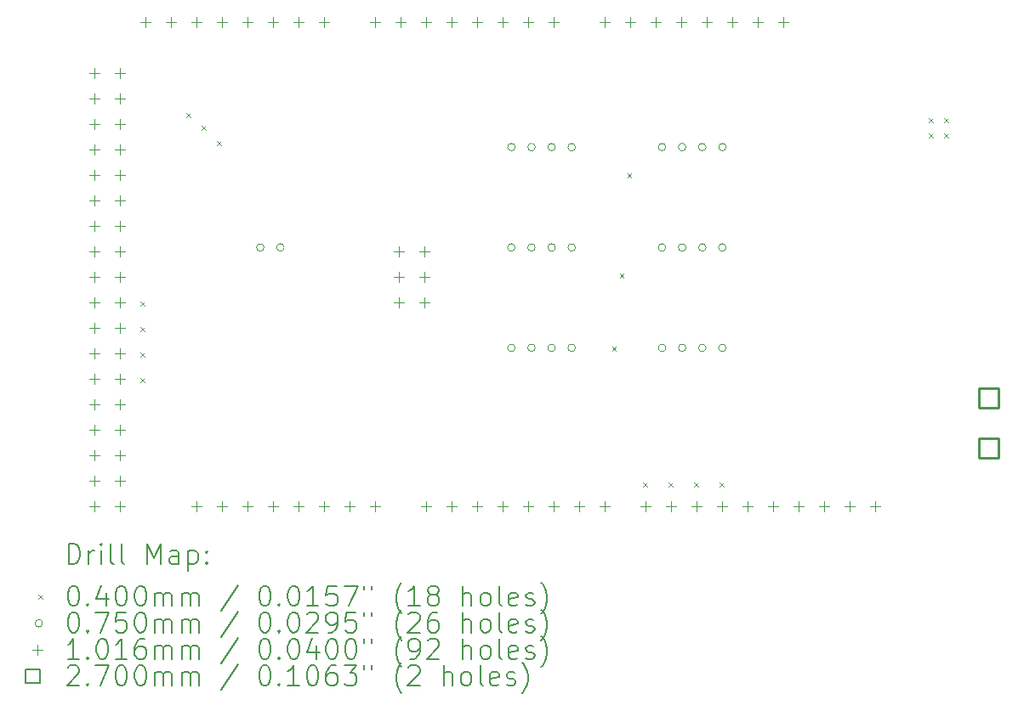
<source format=gbr>
%TF.GenerationSoftware,KiCad,Pcbnew,7.0.7*%
%TF.CreationDate,2024-03-03T00:58:22-08:00*%
%TF.ProjectId,arduino-due-shield,61726475-696e-46f2-9d64-75652d736869,rev?*%
%TF.SameCoordinates,Original*%
%TF.FileFunction,Drillmap*%
%TF.FilePolarity,Positive*%
%FSLAX45Y45*%
G04 Gerber Fmt 4.5, Leading zero omitted, Abs format (unit mm)*
G04 Created by KiCad (PCBNEW 7.0.7) date 2024-03-03 00:58:22*
%MOMM*%
%LPD*%
G01*
G04 APERTURE LIST*
%ADD10C,0.200000*%
%ADD11C,0.040000*%
%ADD12C,0.075000*%
%ADD13C,0.101600*%
%ADD14C,0.270000*%
G04 APERTURE END LIST*
D10*
D11*
X3307400Y-5542600D02*
X3347400Y-5582600D01*
X3347400Y-5542600D02*
X3307400Y-5582600D01*
X3307400Y-5796600D02*
X3347400Y-5836600D01*
X3347400Y-5796600D02*
X3307400Y-5836600D01*
X3307400Y-6050600D02*
X3347400Y-6090600D01*
X3347400Y-6050600D02*
X3307400Y-6090600D01*
X3307400Y-6304600D02*
X3347400Y-6344600D01*
X3347400Y-6304600D02*
X3307400Y-6344600D01*
X3764600Y-3663000D02*
X3804600Y-3703000D01*
X3804600Y-3663000D02*
X3764600Y-3703000D01*
X3917000Y-3790000D02*
X3957000Y-3830000D01*
X3957000Y-3790000D02*
X3917000Y-3830000D01*
X4069400Y-3942400D02*
X4109400Y-3982400D01*
X4109400Y-3942400D02*
X4069400Y-3982400D01*
X8001320Y-5989640D02*
X8041320Y-6029640D01*
X8041320Y-5989640D02*
X8001320Y-6029640D01*
X8077520Y-5258120D02*
X8117520Y-5298120D01*
X8117520Y-5258120D02*
X8077520Y-5298120D01*
X8153720Y-4262440D02*
X8193720Y-4302440D01*
X8193720Y-4262440D02*
X8153720Y-4302440D01*
X8311200Y-7346000D02*
X8351200Y-7386000D01*
X8351200Y-7346000D02*
X8311200Y-7386000D01*
X8565200Y-7346000D02*
X8605200Y-7386000D01*
X8605200Y-7346000D02*
X8565200Y-7386000D01*
X8819200Y-7346000D02*
X8859200Y-7386000D01*
X8859200Y-7346000D02*
X8819200Y-7386000D01*
X9073200Y-7346000D02*
X9113200Y-7386000D01*
X9113200Y-7346000D02*
X9073200Y-7386000D01*
X11156000Y-3713800D02*
X11196000Y-3753800D01*
X11196000Y-3713800D02*
X11156000Y-3753800D01*
X11156000Y-3866200D02*
X11196000Y-3906200D01*
X11196000Y-3866200D02*
X11156000Y-3906200D01*
X11308400Y-3713800D02*
X11348400Y-3753800D01*
X11348400Y-3713800D02*
X11308400Y-3753800D01*
X11308400Y-3866200D02*
X11348400Y-3906200D01*
X11348400Y-3866200D02*
X11308400Y-3906200D01*
D12*
X4537500Y-5000000D02*
G75*
G03*
X4537500Y-5000000I-37500J0D01*
G01*
X4737500Y-5000000D02*
G75*
G03*
X4737500Y-5000000I-37500J0D01*
G01*
X7037500Y-4000000D02*
G75*
G03*
X7037500Y-4000000I-37500J0D01*
G01*
X7037500Y-5000000D02*
G75*
G03*
X7037500Y-5000000I-37500J0D01*
G01*
X7037500Y-6000000D02*
G75*
G03*
X7037500Y-6000000I-37500J0D01*
G01*
X7237500Y-4000000D02*
G75*
G03*
X7237500Y-4000000I-37500J0D01*
G01*
X7237500Y-5000000D02*
G75*
G03*
X7237500Y-5000000I-37500J0D01*
G01*
X7237500Y-6000000D02*
G75*
G03*
X7237500Y-6000000I-37500J0D01*
G01*
X7437500Y-4000000D02*
G75*
G03*
X7437500Y-4000000I-37500J0D01*
G01*
X7437500Y-5000000D02*
G75*
G03*
X7437500Y-5000000I-37500J0D01*
G01*
X7437500Y-6000000D02*
G75*
G03*
X7437500Y-6000000I-37500J0D01*
G01*
X7637500Y-4000000D02*
G75*
G03*
X7637500Y-4000000I-37500J0D01*
G01*
X7637500Y-5000000D02*
G75*
G03*
X7637500Y-5000000I-37500J0D01*
G01*
X7637500Y-6000000D02*
G75*
G03*
X7637500Y-6000000I-37500J0D01*
G01*
X8537500Y-4000000D02*
G75*
G03*
X8537500Y-4000000I-37500J0D01*
G01*
X8537500Y-5000000D02*
G75*
G03*
X8537500Y-5000000I-37500J0D01*
G01*
X8537500Y-6000000D02*
G75*
G03*
X8537500Y-6000000I-37500J0D01*
G01*
X8737500Y-4000000D02*
G75*
G03*
X8737500Y-4000000I-37500J0D01*
G01*
X8737500Y-5000000D02*
G75*
G03*
X8737500Y-5000000I-37500J0D01*
G01*
X8737500Y-6000000D02*
G75*
G03*
X8737500Y-6000000I-37500J0D01*
G01*
X8937500Y-4000000D02*
G75*
G03*
X8937500Y-4000000I-37500J0D01*
G01*
X8937500Y-5000000D02*
G75*
G03*
X8937500Y-5000000I-37500J0D01*
G01*
X8937500Y-6000000D02*
G75*
G03*
X8937500Y-6000000I-37500J0D01*
G01*
X9137500Y-4000000D02*
G75*
G03*
X9137500Y-4000000I-37500J0D01*
G01*
X9137500Y-5000000D02*
G75*
G03*
X9137500Y-5000000I-37500J0D01*
G01*
X9137500Y-6000000D02*
G75*
G03*
X9137500Y-6000000I-37500J0D01*
G01*
D13*
X2848000Y-3211200D02*
X2848000Y-3312800D01*
X2797200Y-3262000D02*
X2898800Y-3262000D01*
X2848000Y-3465200D02*
X2848000Y-3566800D01*
X2797200Y-3516000D02*
X2898800Y-3516000D01*
X2848000Y-3719200D02*
X2848000Y-3820800D01*
X2797200Y-3770000D02*
X2898800Y-3770000D01*
X2848000Y-3973200D02*
X2848000Y-4074800D01*
X2797200Y-4024000D02*
X2898800Y-4024000D01*
X2848000Y-4227200D02*
X2848000Y-4328800D01*
X2797200Y-4278000D02*
X2898800Y-4278000D01*
X2848000Y-4481200D02*
X2848000Y-4582800D01*
X2797200Y-4532000D02*
X2898800Y-4532000D01*
X2848000Y-4735200D02*
X2848000Y-4836800D01*
X2797200Y-4786000D02*
X2898800Y-4786000D01*
X2848000Y-4989200D02*
X2848000Y-5090800D01*
X2797200Y-5040000D02*
X2898800Y-5040000D01*
X2848000Y-5243200D02*
X2848000Y-5344800D01*
X2797200Y-5294000D02*
X2898800Y-5294000D01*
X2848000Y-5497200D02*
X2848000Y-5598800D01*
X2797200Y-5548000D02*
X2898800Y-5548000D01*
X2848000Y-5751200D02*
X2848000Y-5852800D01*
X2797200Y-5802000D02*
X2898800Y-5802000D01*
X2848000Y-6005200D02*
X2848000Y-6106800D01*
X2797200Y-6056000D02*
X2898800Y-6056000D01*
X2848000Y-6259200D02*
X2848000Y-6360800D01*
X2797200Y-6310000D02*
X2898800Y-6310000D01*
X2848000Y-6513200D02*
X2848000Y-6614800D01*
X2797200Y-6564000D02*
X2898800Y-6564000D01*
X2848000Y-6767200D02*
X2848000Y-6868800D01*
X2797200Y-6818000D02*
X2898800Y-6818000D01*
X2848000Y-7021200D02*
X2848000Y-7122800D01*
X2797200Y-7072000D02*
X2898800Y-7072000D01*
X2848000Y-7275200D02*
X2848000Y-7376800D01*
X2797200Y-7326000D02*
X2898800Y-7326000D01*
X2848000Y-7529200D02*
X2848000Y-7630800D01*
X2797200Y-7580000D02*
X2898800Y-7580000D01*
X3102000Y-3211200D02*
X3102000Y-3312800D01*
X3051200Y-3262000D02*
X3152800Y-3262000D01*
X3102000Y-3465200D02*
X3102000Y-3566800D01*
X3051200Y-3516000D02*
X3152800Y-3516000D01*
X3102000Y-3719200D02*
X3102000Y-3820800D01*
X3051200Y-3770000D02*
X3152800Y-3770000D01*
X3102000Y-3973200D02*
X3102000Y-4074800D01*
X3051200Y-4024000D02*
X3152800Y-4024000D01*
X3102000Y-4227200D02*
X3102000Y-4328800D01*
X3051200Y-4278000D02*
X3152800Y-4278000D01*
X3102000Y-4481200D02*
X3102000Y-4582800D01*
X3051200Y-4532000D02*
X3152800Y-4532000D01*
X3102000Y-4735200D02*
X3102000Y-4836800D01*
X3051200Y-4786000D02*
X3152800Y-4786000D01*
X3102000Y-4989200D02*
X3102000Y-5090800D01*
X3051200Y-5040000D02*
X3152800Y-5040000D01*
X3102000Y-5243200D02*
X3102000Y-5344800D01*
X3051200Y-5294000D02*
X3152800Y-5294000D01*
X3102000Y-5497200D02*
X3102000Y-5598800D01*
X3051200Y-5548000D02*
X3152800Y-5548000D01*
X3102000Y-5751200D02*
X3102000Y-5852800D01*
X3051200Y-5802000D02*
X3152800Y-5802000D01*
X3102000Y-6005200D02*
X3102000Y-6106800D01*
X3051200Y-6056000D02*
X3152800Y-6056000D01*
X3102000Y-6259200D02*
X3102000Y-6360800D01*
X3051200Y-6310000D02*
X3152800Y-6310000D01*
X3102000Y-6513200D02*
X3102000Y-6614800D01*
X3051200Y-6564000D02*
X3152800Y-6564000D01*
X3102000Y-6767200D02*
X3102000Y-6868800D01*
X3051200Y-6818000D02*
X3152800Y-6818000D01*
X3102000Y-7021200D02*
X3102000Y-7122800D01*
X3051200Y-7072000D02*
X3152800Y-7072000D01*
X3102000Y-7275200D02*
X3102000Y-7376800D01*
X3051200Y-7326000D02*
X3152800Y-7326000D01*
X3102000Y-7529200D02*
X3102000Y-7630800D01*
X3051200Y-7580000D02*
X3152800Y-7580000D01*
X3356000Y-2703200D02*
X3356000Y-2804800D01*
X3305200Y-2754000D02*
X3406800Y-2754000D01*
X3610000Y-2703200D02*
X3610000Y-2804800D01*
X3559200Y-2754000D02*
X3660800Y-2754000D01*
X3864000Y-2703200D02*
X3864000Y-2804800D01*
X3813200Y-2754000D02*
X3914800Y-2754000D01*
X3864000Y-7529200D02*
X3864000Y-7630800D01*
X3813200Y-7580000D02*
X3914800Y-7580000D01*
X4118000Y-2703200D02*
X4118000Y-2804800D01*
X4067200Y-2754000D02*
X4168800Y-2754000D01*
X4118000Y-7529200D02*
X4118000Y-7630800D01*
X4067200Y-7580000D02*
X4168800Y-7580000D01*
X4372000Y-2703200D02*
X4372000Y-2804800D01*
X4321200Y-2754000D02*
X4422800Y-2754000D01*
X4372000Y-7529200D02*
X4372000Y-7630800D01*
X4321200Y-7580000D02*
X4422800Y-7580000D01*
X4626000Y-2703200D02*
X4626000Y-2804800D01*
X4575200Y-2754000D02*
X4676800Y-2754000D01*
X4626000Y-7529200D02*
X4626000Y-7630800D01*
X4575200Y-7580000D02*
X4676800Y-7580000D01*
X4880000Y-2703200D02*
X4880000Y-2804800D01*
X4829200Y-2754000D02*
X4930800Y-2754000D01*
X4880000Y-7529200D02*
X4880000Y-7630800D01*
X4829200Y-7580000D02*
X4930800Y-7580000D01*
X5134000Y-2703200D02*
X5134000Y-2804800D01*
X5083200Y-2754000D02*
X5184800Y-2754000D01*
X5134000Y-7529200D02*
X5134000Y-7630800D01*
X5083200Y-7580000D02*
X5184800Y-7580000D01*
X5388000Y-7529200D02*
X5388000Y-7630800D01*
X5337200Y-7580000D02*
X5438800Y-7580000D01*
X5642000Y-2703200D02*
X5642000Y-2804800D01*
X5591200Y-2754000D02*
X5692800Y-2754000D01*
X5642000Y-7529200D02*
X5642000Y-7630800D01*
X5591200Y-7580000D02*
X5692800Y-7580000D01*
X5883300Y-4989200D02*
X5883300Y-5090800D01*
X5832500Y-5040000D02*
X5934100Y-5040000D01*
X5883300Y-5243200D02*
X5883300Y-5344800D01*
X5832500Y-5294000D02*
X5934100Y-5294000D01*
X5883300Y-5497200D02*
X5883300Y-5598800D01*
X5832500Y-5548000D02*
X5934100Y-5548000D01*
X5896000Y-2703200D02*
X5896000Y-2804800D01*
X5845200Y-2754000D02*
X5946800Y-2754000D01*
X6137300Y-4989200D02*
X6137300Y-5090800D01*
X6086500Y-5040000D02*
X6188100Y-5040000D01*
X6137300Y-5243200D02*
X6137300Y-5344800D01*
X6086500Y-5294000D02*
X6188100Y-5294000D01*
X6137300Y-5497200D02*
X6137300Y-5598800D01*
X6086500Y-5548000D02*
X6188100Y-5548000D01*
X6150000Y-2703200D02*
X6150000Y-2804800D01*
X6099200Y-2754000D02*
X6200800Y-2754000D01*
X6150000Y-7529200D02*
X6150000Y-7630800D01*
X6099200Y-7580000D02*
X6200800Y-7580000D01*
X6404000Y-2703200D02*
X6404000Y-2804800D01*
X6353200Y-2754000D02*
X6454800Y-2754000D01*
X6404000Y-7529200D02*
X6404000Y-7630800D01*
X6353200Y-7580000D02*
X6454800Y-7580000D01*
X6658000Y-2703200D02*
X6658000Y-2804800D01*
X6607200Y-2754000D02*
X6708800Y-2754000D01*
X6658000Y-7529200D02*
X6658000Y-7630800D01*
X6607200Y-7580000D02*
X6708800Y-7580000D01*
X6912000Y-2703200D02*
X6912000Y-2804800D01*
X6861200Y-2754000D02*
X6962800Y-2754000D01*
X6912000Y-7529200D02*
X6912000Y-7630800D01*
X6861200Y-7580000D02*
X6962800Y-7580000D01*
X7166000Y-2703200D02*
X7166000Y-2804800D01*
X7115200Y-2754000D02*
X7216800Y-2754000D01*
X7166000Y-7529200D02*
X7166000Y-7630800D01*
X7115200Y-7580000D02*
X7216800Y-7580000D01*
X7420000Y-2703200D02*
X7420000Y-2804800D01*
X7369200Y-2754000D02*
X7470800Y-2754000D01*
X7420000Y-7529200D02*
X7420000Y-7630800D01*
X7369200Y-7580000D02*
X7470800Y-7580000D01*
X7674000Y-7529200D02*
X7674000Y-7630800D01*
X7623200Y-7580000D02*
X7724800Y-7580000D01*
X7928000Y-2703200D02*
X7928000Y-2804800D01*
X7877200Y-2754000D02*
X7978800Y-2754000D01*
X7928000Y-7529200D02*
X7928000Y-7630800D01*
X7877200Y-7580000D02*
X7978800Y-7580000D01*
X8182000Y-2703200D02*
X8182000Y-2804800D01*
X8131200Y-2754000D02*
X8232800Y-2754000D01*
X8334400Y-7529200D02*
X8334400Y-7630800D01*
X8283600Y-7580000D02*
X8385200Y-7580000D01*
X8436000Y-2703200D02*
X8436000Y-2804800D01*
X8385200Y-2754000D02*
X8486800Y-2754000D01*
X8588400Y-7529200D02*
X8588400Y-7630800D01*
X8537600Y-7580000D02*
X8639200Y-7580000D01*
X8690000Y-2703200D02*
X8690000Y-2804800D01*
X8639200Y-2754000D02*
X8740800Y-2754000D01*
X8842400Y-7529200D02*
X8842400Y-7630800D01*
X8791600Y-7580000D02*
X8893200Y-7580000D01*
X8944000Y-2703200D02*
X8944000Y-2804800D01*
X8893200Y-2754000D02*
X8994800Y-2754000D01*
X9096400Y-7529200D02*
X9096400Y-7630800D01*
X9045600Y-7580000D02*
X9147200Y-7580000D01*
X9198000Y-2703200D02*
X9198000Y-2804800D01*
X9147200Y-2754000D02*
X9248800Y-2754000D01*
X9350400Y-7529200D02*
X9350400Y-7630800D01*
X9299600Y-7580000D02*
X9401200Y-7580000D01*
X9452000Y-2703200D02*
X9452000Y-2804800D01*
X9401200Y-2754000D02*
X9502800Y-2754000D01*
X9604400Y-7529200D02*
X9604400Y-7630800D01*
X9553600Y-7580000D02*
X9655200Y-7580000D01*
X9706000Y-2703200D02*
X9706000Y-2804800D01*
X9655200Y-2754000D02*
X9756800Y-2754000D01*
X9858400Y-7529200D02*
X9858400Y-7630800D01*
X9807600Y-7580000D02*
X9909200Y-7580000D01*
X10112400Y-7529200D02*
X10112400Y-7630800D01*
X10061600Y-7580000D02*
X10163200Y-7580000D01*
X10366400Y-7529200D02*
X10366400Y-7630800D01*
X10315600Y-7580000D02*
X10417200Y-7580000D01*
X10620400Y-7529200D02*
X10620400Y-7630800D01*
X10569600Y-7580000D02*
X10671200Y-7580000D01*
D14*
X11845460Y-6595460D02*
X11845460Y-6404540D01*
X11654540Y-6404540D01*
X11654540Y-6595460D01*
X11845460Y-6595460D01*
X11845460Y-7095460D02*
X11845460Y-6904540D01*
X11654540Y-6904540D01*
X11654540Y-7095460D01*
X11845460Y-7095460D01*
D10*
X2593277Y-8152984D02*
X2593277Y-7952984D01*
X2593277Y-7952984D02*
X2640896Y-7952984D01*
X2640896Y-7952984D02*
X2669467Y-7962508D01*
X2669467Y-7962508D02*
X2688515Y-7981555D01*
X2688515Y-7981555D02*
X2698039Y-8000603D01*
X2698039Y-8000603D02*
X2707563Y-8038698D01*
X2707563Y-8038698D02*
X2707563Y-8067269D01*
X2707563Y-8067269D02*
X2698039Y-8105365D01*
X2698039Y-8105365D02*
X2688515Y-8124412D01*
X2688515Y-8124412D02*
X2669467Y-8143460D01*
X2669467Y-8143460D02*
X2640896Y-8152984D01*
X2640896Y-8152984D02*
X2593277Y-8152984D01*
X2793277Y-8152984D02*
X2793277Y-8019650D01*
X2793277Y-8057746D02*
X2802801Y-8038698D01*
X2802801Y-8038698D02*
X2812324Y-8029174D01*
X2812324Y-8029174D02*
X2831372Y-8019650D01*
X2831372Y-8019650D02*
X2850420Y-8019650D01*
X2917086Y-8152984D02*
X2917086Y-8019650D01*
X2917086Y-7952984D02*
X2907562Y-7962508D01*
X2907562Y-7962508D02*
X2917086Y-7972031D01*
X2917086Y-7972031D02*
X2926610Y-7962508D01*
X2926610Y-7962508D02*
X2917086Y-7952984D01*
X2917086Y-7952984D02*
X2917086Y-7972031D01*
X3040896Y-8152984D02*
X3021848Y-8143460D01*
X3021848Y-8143460D02*
X3012324Y-8124412D01*
X3012324Y-8124412D02*
X3012324Y-7952984D01*
X3145658Y-8152984D02*
X3126610Y-8143460D01*
X3126610Y-8143460D02*
X3117086Y-8124412D01*
X3117086Y-8124412D02*
X3117086Y-7952984D01*
X3374229Y-8152984D02*
X3374229Y-7952984D01*
X3374229Y-7952984D02*
X3440896Y-8095841D01*
X3440896Y-8095841D02*
X3507562Y-7952984D01*
X3507562Y-7952984D02*
X3507562Y-8152984D01*
X3688515Y-8152984D02*
X3688515Y-8048222D01*
X3688515Y-8048222D02*
X3678991Y-8029174D01*
X3678991Y-8029174D02*
X3659943Y-8019650D01*
X3659943Y-8019650D02*
X3621848Y-8019650D01*
X3621848Y-8019650D02*
X3602801Y-8029174D01*
X3688515Y-8143460D02*
X3669467Y-8152984D01*
X3669467Y-8152984D02*
X3621848Y-8152984D01*
X3621848Y-8152984D02*
X3602801Y-8143460D01*
X3602801Y-8143460D02*
X3593277Y-8124412D01*
X3593277Y-8124412D02*
X3593277Y-8105365D01*
X3593277Y-8105365D02*
X3602801Y-8086317D01*
X3602801Y-8086317D02*
X3621848Y-8076793D01*
X3621848Y-8076793D02*
X3669467Y-8076793D01*
X3669467Y-8076793D02*
X3688515Y-8067269D01*
X3783753Y-8019650D02*
X3783753Y-8219650D01*
X3783753Y-8029174D02*
X3802801Y-8019650D01*
X3802801Y-8019650D02*
X3840896Y-8019650D01*
X3840896Y-8019650D02*
X3859943Y-8029174D01*
X3859943Y-8029174D02*
X3869467Y-8038698D01*
X3869467Y-8038698D02*
X3878991Y-8057746D01*
X3878991Y-8057746D02*
X3878991Y-8114888D01*
X3878991Y-8114888D02*
X3869467Y-8133936D01*
X3869467Y-8133936D02*
X3859943Y-8143460D01*
X3859943Y-8143460D02*
X3840896Y-8152984D01*
X3840896Y-8152984D02*
X3802801Y-8152984D01*
X3802801Y-8152984D02*
X3783753Y-8143460D01*
X3964705Y-8133936D02*
X3974229Y-8143460D01*
X3974229Y-8143460D02*
X3964705Y-8152984D01*
X3964705Y-8152984D02*
X3955182Y-8143460D01*
X3955182Y-8143460D02*
X3964705Y-8133936D01*
X3964705Y-8133936D02*
X3964705Y-8152984D01*
X3964705Y-8029174D02*
X3974229Y-8038698D01*
X3974229Y-8038698D02*
X3964705Y-8048222D01*
X3964705Y-8048222D02*
X3955182Y-8038698D01*
X3955182Y-8038698D02*
X3964705Y-8029174D01*
X3964705Y-8029174D02*
X3964705Y-8048222D01*
D11*
X2292500Y-8461500D02*
X2332500Y-8501500D01*
X2332500Y-8461500D02*
X2292500Y-8501500D01*
D10*
X2631372Y-8372984D02*
X2650420Y-8372984D01*
X2650420Y-8372984D02*
X2669467Y-8382508D01*
X2669467Y-8382508D02*
X2678991Y-8392031D01*
X2678991Y-8392031D02*
X2688515Y-8411079D01*
X2688515Y-8411079D02*
X2698039Y-8449174D01*
X2698039Y-8449174D02*
X2698039Y-8496793D01*
X2698039Y-8496793D02*
X2688515Y-8534889D01*
X2688515Y-8534889D02*
X2678991Y-8553936D01*
X2678991Y-8553936D02*
X2669467Y-8563460D01*
X2669467Y-8563460D02*
X2650420Y-8572984D01*
X2650420Y-8572984D02*
X2631372Y-8572984D01*
X2631372Y-8572984D02*
X2612324Y-8563460D01*
X2612324Y-8563460D02*
X2602801Y-8553936D01*
X2602801Y-8553936D02*
X2593277Y-8534889D01*
X2593277Y-8534889D02*
X2583753Y-8496793D01*
X2583753Y-8496793D02*
X2583753Y-8449174D01*
X2583753Y-8449174D02*
X2593277Y-8411079D01*
X2593277Y-8411079D02*
X2602801Y-8392031D01*
X2602801Y-8392031D02*
X2612324Y-8382508D01*
X2612324Y-8382508D02*
X2631372Y-8372984D01*
X2783753Y-8553936D02*
X2793277Y-8563460D01*
X2793277Y-8563460D02*
X2783753Y-8572984D01*
X2783753Y-8572984D02*
X2774229Y-8563460D01*
X2774229Y-8563460D02*
X2783753Y-8553936D01*
X2783753Y-8553936D02*
X2783753Y-8572984D01*
X2964705Y-8439650D02*
X2964705Y-8572984D01*
X2917086Y-8363460D02*
X2869467Y-8506317D01*
X2869467Y-8506317D02*
X2993277Y-8506317D01*
X3107562Y-8372984D02*
X3126610Y-8372984D01*
X3126610Y-8372984D02*
X3145658Y-8382508D01*
X3145658Y-8382508D02*
X3155182Y-8392031D01*
X3155182Y-8392031D02*
X3164705Y-8411079D01*
X3164705Y-8411079D02*
X3174229Y-8449174D01*
X3174229Y-8449174D02*
X3174229Y-8496793D01*
X3174229Y-8496793D02*
X3164705Y-8534889D01*
X3164705Y-8534889D02*
X3155182Y-8553936D01*
X3155182Y-8553936D02*
X3145658Y-8563460D01*
X3145658Y-8563460D02*
X3126610Y-8572984D01*
X3126610Y-8572984D02*
X3107562Y-8572984D01*
X3107562Y-8572984D02*
X3088515Y-8563460D01*
X3088515Y-8563460D02*
X3078991Y-8553936D01*
X3078991Y-8553936D02*
X3069467Y-8534889D01*
X3069467Y-8534889D02*
X3059943Y-8496793D01*
X3059943Y-8496793D02*
X3059943Y-8449174D01*
X3059943Y-8449174D02*
X3069467Y-8411079D01*
X3069467Y-8411079D02*
X3078991Y-8392031D01*
X3078991Y-8392031D02*
X3088515Y-8382508D01*
X3088515Y-8382508D02*
X3107562Y-8372984D01*
X3298039Y-8372984D02*
X3317086Y-8372984D01*
X3317086Y-8372984D02*
X3336134Y-8382508D01*
X3336134Y-8382508D02*
X3345658Y-8392031D01*
X3345658Y-8392031D02*
X3355182Y-8411079D01*
X3355182Y-8411079D02*
X3364705Y-8449174D01*
X3364705Y-8449174D02*
X3364705Y-8496793D01*
X3364705Y-8496793D02*
X3355182Y-8534889D01*
X3355182Y-8534889D02*
X3345658Y-8553936D01*
X3345658Y-8553936D02*
X3336134Y-8563460D01*
X3336134Y-8563460D02*
X3317086Y-8572984D01*
X3317086Y-8572984D02*
X3298039Y-8572984D01*
X3298039Y-8572984D02*
X3278991Y-8563460D01*
X3278991Y-8563460D02*
X3269467Y-8553936D01*
X3269467Y-8553936D02*
X3259943Y-8534889D01*
X3259943Y-8534889D02*
X3250420Y-8496793D01*
X3250420Y-8496793D02*
X3250420Y-8449174D01*
X3250420Y-8449174D02*
X3259943Y-8411079D01*
X3259943Y-8411079D02*
X3269467Y-8392031D01*
X3269467Y-8392031D02*
X3278991Y-8382508D01*
X3278991Y-8382508D02*
X3298039Y-8372984D01*
X3450420Y-8572984D02*
X3450420Y-8439650D01*
X3450420Y-8458698D02*
X3459943Y-8449174D01*
X3459943Y-8449174D02*
X3478991Y-8439650D01*
X3478991Y-8439650D02*
X3507563Y-8439650D01*
X3507563Y-8439650D02*
X3526610Y-8449174D01*
X3526610Y-8449174D02*
X3536134Y-8468222D01*
X3536134Y-8468222D02*
X3536134Y-8572984D01*
X3536134Y-8468222D02*
X3545658Y-8449174D01*
X3545658Y-8449174D02*
X3564705Y-8439650D01*
X3564705Y-8439650D02*
X3593277Y-8439650D01*
X3593277Y-8439650D02*
X3612324Y-8449174D01*
X3612324Y-8449174D02*
X3621848Y-8468222D01*
X3621848Y-8468222D02*
X3621848Y-8572984D01*
X3717086Y-8572984D02*
X3717086Y-8439650D01*
X3717086Y-8458698D02*
X3726610Y-8449174D01*
X3726610Y-8449174D02*
X3745658Y-8439650D01*
X3745658Y-8439650D02*
X3774229Y-8439650D01*
X3774229Y-8439650D02*
X3793277Y-8449174D01*
X3793277Y-8449174D02*
X3802801Y-8468222D01*
X3802801Y-8468222D02*
X3802801Y-8572984D01*
X3802801Y-8468222D02*
X3812324Y-8449174D01*
X3812324Y-8449174D02*
X3831372Y-8439650D01*
X3831372Y-8439650D02*
X3859943Y-8439650D01*
X3859943Y-8439650D02*
X3878991Y-8449174D01*
X3878991Y-8449174D02*
X3888515Y-8468222D01*
X3888515Y-8468222D02*
X3888515Y-8572984D01*
X4278991Y-8363460D02*
X4107563Y-8620603D01*
X4536134Y-8372984D02*
X4555182Y-8372984D01*
X4555182Y-8372984D02*
X4574229Y-8382508D01*
X4574229Y-8382508D02*
X4583753Y-8392031D01*
X4583753Y-8392031D02*
X4593277Y-8411079D01*
X4593277Y-8411079D02*
X4602801Y-8449174D01*
X4602801Y-8449174D02*
X4602801Y-8496793D01*
X4602801Y-8496793D02*
X4593277Y-8534889D01*
X4593277Y-8534889D02*
X4583753Y-8553936D01*
X4583753Y-8553936D02*
X4574229Y-8563460D01*
X4574229Y-8563460D02*
X4555182Y-8572984D01*
X4555182Y-8572984D02*
X4536134Y-8572984D01*
X4536134Y-8572984D02*
X4517087Y-8563460D01*
X4517087Y-8563460D02*
X4507563Y-8553936D01*
X4507563Y-8553936D02*
X4498039Y-8534889D01*
X4498039Y-8534889D02*
X4488515Y-8496793D01*
X4488515Y-8496793D02*
X4488515Y-8449174D01*
X4488515Y-8449174D02*
X4498039Y-8411079D01*
X4498039Y-8411079D02*
X4507563Y-8392031D01*
X4507563Y-8392031D02*
X4517087Y-8382508D01*
X4517087Y-8382508D02*
X4536134Y-8372984D01*
X4688515Y-8553936D02*
X4698039Y-8563460D01*
X4698039Y-8563460D02*
X4688515Y-8572984D01*
X4688515Y-8572984D02*
X4678991Y-8563460D01*
X4678991Y-8563460D02*
X4688515Y-8553936D01*
X4688515Y-8553936D02*
X4688515Y-8572984D01*
X4821848Y-8372984D02*
X4840896Y-8372984D01*
X4840896Y-8372984D02*
X4859944Y-8382508D01*
X4859944Y-8382508D02*
X4869468Y-8392031D01*
X4869468Y-8392031D02*
X4878991Y-8411079D01*
X4878991Y-8411079D02*
X4888515Y-8449174D01*
X4888515Y-8449174D02*
X4888515Y-8496793D01*
X4888515Y-8496793D02*
X4878991Y-8534889D01*
X4878991Y-8534889D02*
X4869468Y-8553936D01*
X4869468Y-8553936D02*
X4859944Y-8563460D01*
X4859944Y-8563460D02*
X4840896Y-8572984D01*
X4840896Y-8572984D02*
X4821848Y-8572984D01*
X4821848Y-8572984D02*
X4802801Y-8563460D01*
X4802801Y-8563460D02*
X4793277Y-8553936D01*
X4793277Y-8553936D02*
X4783753Y-8534889D01*
X4783753Y-8534889D02*
X4774229Y-8496793D01*
X4774229Y-8496793D02*
X4774229Y-8449174D01*
X4774229Y-8449174D02*
X4783753Y-8411079D01*
X4783753Y-8411079D02*
X4793277Y-8392031D01*
X4793277Y-8392031D02*
X4802801Y-8382508D01*
X4802801Y-8382508D02*
X4821848Y-8372984D01*
X5078991Y-8572984D02*
X4964706Y-8572984D01*
X5021848Y-8572984D02*
X5021848Y-8372984D01*
X5021848Y-8372984D02*
X5002801Y-8401555D01*
X5002801Y-8401555D02*
X4983753Y-8420603D01*
X4983753Y-8420603D02*
X4964706Y-8430127D01*
X5259944Y-8372984D02*
X5164706Y-8372984D01*
X5164706Y-8372984D02*
X5155182Y-8468222D01*
X5155182Y-8468222D02*
X5164706Y-8458698D01*
X5164706Y-8458698D02*
X5183753Y-8449174D01*
X5183753Y-8449174D02*
X5231372Y-8449174D01*
X5231372Y-8449174D02*
X5250420Y-8458698D01*
X5250420Y-8458698D02*
X5259944Y-8468222D01*
X5259944Y-8468222D02*
X5269468Y-8487270D01*
X5269468Y-8487270D02*
X5269468Y-8534889D01*
X5269468Y-8534889D02*
X5259944Y-8553936D01*
X5259944Y-8553936D02*
X5250420Y-8563460D01*
X5250420Y-8563460D02*
X5231372Y-8572984D01*
X5231372Y-8572984D02*
X5183753Y-8572984D01*
X5183753Y-8572984D02*
X5164706Y-8563460D01*
X5164706Y-8563460D02*
X5155182Y-8553936D01*
X5336134Y-8372984D02*
X5469468Y-8372984D01*
X5469468Y-8372984D02*
X5383753Y-8572984D01*
X5536134Y-8372984D02*
X5536134Y-8411079D01*
X5612325Y-8372984D02*
X5612325Y-8411079D01*
X5907563Y-8649174D02*
X5898039Y-8639650D01*
X5898039Y-8639650D02*
X5878991Y-8611079D01*
X5878991Y-8611079D02*
X5869468Y-8592031D01*
X5869468Y-8592031D02*
X5859944Y-8563460D01*
X5859944Y-8563460D02*
X5850420Y-8515841D01*
X5850420Y-8515841D02*
X5850420Y-8477746D01*
X5850420Y-8477746D02*
X5859944Y-8430127D01*
X5859944Y-8430127D02*
X5869468Y-8401555D01*
X5869468Y-8401555D02*
X5878991Y-8382508D01*
X5878991Y-8382508D02*
X5898039Y-8353936D01*
X5898039Y-8353936D02*
X5907563Y-8344412D01*
X6088515Y-8572984D02*
X5974229Y-8572984D01*
X6031372Y-8572984D02*
X6031372Y-8372984D01*
X6031372Y-8372984D02*
X6012325Y-8401555D01*
X6012325Y-8401555D02*
X5993277Y-8420603D01*
X5993277Y-8420603D02*
X5974229Y-8430127D01*
X6202801Y-8458698D02*
X6183753Y-8449174D01*
X6183753Y-8449174D02*
X6174229Y-8439650D01*
X6174229Y-8439650D02*
X6164706Y-8420603D01*
X6164706Y-8420603D02*
X6164706Y-8411079D01*
X6164706Y-8411079D02*
X6174229Y-8392031D01*
X6174229Y-8392031D02*
X6183753Y-8382508D01*
X6183753Y-8382508D02*
X6202801Y-8372984D01*
X6202801Y-8372984D02*
X6240896Y-8372984D01*
X6240896Y-8372984D02*
X6259944Y-8382508D01*
X6259944Y-8382508D02*
X6269468Y-8392031D01*
X6269468Y-8392031D02*
X6278991Y-8411079D01*
X6278991Y-8411079D02*
X6278991Y-8420603D01*
X6278991Y-8420603D02*
X6269468Y-8439650D01*
X6269468Y-8439650D02*
X6259944Y-8449174D01*
X6259944Y-8449174D02*
X6240896Y-8458698D01*
X6240896Y-8458698D02*
X6202801Y-8458698D01*
X6202801Y-8458698D02*
X6183753Y-8468222D01*
X6183753Y-8468222D02*
X6174229Y-8477746D01*
X6174229Y-8477746D02*
X6164706Y-8496793D01*
X6164706Y-8496793D02*
X6164706Y-8534889D01*
X6164706Y-8534889D02*
X6174229Y-8553936D01*
X6174229Y-8553936D02*
X6183753Y-8563460D01*
X6183753Y-8563460D02*
X6202801Y-8572984D01*
X6202801Y-8572984D02*
X6240896Y-8572984D01*
X6240896Y-8572984D02*
X6259944Y-8563460D01*
X6259944Y-8563460D02*
X6269468Y-8553936D01*
X6269468Y-8553936D02*
X6278991Y-8534889D01*
X6278991Y-8534889D02*
X6278991Y-8496793D01*
X6278991Y-8496793D02*
X6269468Y-8477746D01*
X6269468Y-8477746D02*
X6259944Y-8468222D01*
X6259944Y-8468222D02*
X6240896Y-8458698D01*
X6517087Y-8572984D02*
X6517087Y-8372984D01*
X6602801Y-8572984D02*
X6602801Y-8468222D01*
X6602801Y-8468222D02*
X6593277Y-8449174D01*
X6593277Y-8449174D02*
X6574230Y-8439650D01*
X6574230Y-8439650D02*
X6545658Y-8439650D01*
X6545658Y-8439650D02*
X6526610Y-8449174D01*
X6526610Y-8449174D02*
X6517087Y-8458698D01*
X6726610Y-8572984D02*
X6707563Y-8563460D01*
X6707563Y-8563460D02*
X6698039Y-8553936D01*
X6698039Y-8553936D02*
X6688515Y-8534889D01*
X6688515Y-8534889D02*
X6688515Y-8477746D01*
X6688515Y-8477746D02*
X6698039Y-8458698D01*
X6698039Y-8458698D02*
X6707563Y-8449174D01*
X6707563Y-8449174D02*
X6726610Y-8439650D01*
X6726610Y-8439650D02*
X6755182Y-8439650D01*
X6755182Y-8439650D02*
X6774230Y-8449174D01*
X6774230Y-8449174D02*
X6783753Y-8458698D01*
X6783753Y-8458698D02*
X6793277Y-8477746D01*
X6793277Y-8477746D02*
X6793277Y-8534889D01*
X6793277Y-8534889D02*
X6783753Y-8553936D01*
X6783753Y-8553936D02*
X6774230Y-8563460D01*
X6774230Y-8563460D02*
X6755182Y-8572984D01*
X6755182Y-8572984D02*
X6726610Y-8572984D01*
X6907563Y-8572984D02*
X6888515Y-8563460D01*
X6888515Y-8563460D02*
X6878991Y-8544412D01*
X6878991Y-8544412D02*
X6878991Y-8372984D01*
X7059944Y-8563460D02*
X7040896Y-8572984D01*
X7040896Y-8572984D02*
X7002801Y-8572984D01*
X7002801Y-8572984D02*
X6983753Y-8563460D01*
X6983753Y-8563460D02*
X6974230Y-8544412D01*
X6974230Y-8544412D02*
X6974230Y-8468222D01*
X6974230Y-8468222D02*
X6983753Y-8449174D01*
X6983753Y-8449174D02*
X7002801Y-8439650D01*
X7002801Y-8439650D02*
X7040896Y-8439650D01*
X7040896Y-8439650D02*
X7059944Y-8449174D01*
X7059944Y-8449174D02*
X7069468Y-8468222D01*
X7069468Y-8468222D02*
X7069468Y-8487270D01*
X7069468Y-8487270D02*
X6974230Y-8506317D01*
X7145658Y-8563460D02*
X7164706Y-8572984D01*
X7164706Y-8572984D02*
X7202801Y-8572984D01*
X7202801Y-8572984D02*
X7221849Y-8563460D01*
X7221849Y-8563460D02*
X7231372Y-8544412D01*
X7231372Y-8544412D02*
X7231372Y-8534889D01*
X7231372Y-8534889D02*
X7221849Y-8515841D01*
X7221849Y-8515841D02*
X7202801Y-8506317D01*
X7202801Y-8506317D02*
X7174230Y-8506317D01*
X7174230Y-8506317D02*
X7155182Y-8496793D01*
X7155182Y-8496793D02*
X7145658Y-8477746D01*
X7145658Y-8477746D02*
X7145658Y-8468222D01*
X7145658Y-8468222D02*
X7155182Y-8449174D01*
X7155182Y-8449174D02*
X7174230Y-8439650D01*
X7174230Y-8439650D02*
X7202801Y-8439650D01*
X7202801Y-8439650D02*
X7221849Y-8449174D01*
X7298039Y-8649174D02*
X7307563Y-8639650D01*
X7307563Y-8639650D02*
X7326611Y-8611079D01*
X7326611Y-8611079D02*
X7336134Y-8592031D01*
X7336134Y-8592031D02*
X7345658Y-8563460D01*
X7345658Y-8563460D02*
X7355182Y-8515841D01*
X7355182Y-8515841D02*
X7355182Y-8477746D01*
X7355182Y-8477746D02*
X7345658Y-8430127D01*
X7345658Y-8430127D02*
X7336134Y-8401555D01*
X7336134Y-8401555D02*
X7326611Y-8382508D01*
X7326611Y-8382508D02*
X7307563Y-8353936D01*
X7307563Y-8353936D02*
X7298039Y-8344412D01*
D12*
X2332500Y-8745500D02*
G75*
G03*
X2332500Y-8745500I-37500J0D01*
G01*
D10*
X2631372Y-8636984D02*
X2650420Y-8636984D01*
X2650420Y-8636984D02*
X2669467Y-8646508D01*
X2669467Y-8646508D02*
X2678991Y-8656031D01*
X2678991Y-8656031D02*
X2688515Y-8675079D01*
X2688515Y-8675079D02*
X2698039Y-8713174D01*
X2698039Y-8713174D02*
X2698039Y-8760793D01*
X2698039Y-8760793D02*
X2688515Y-8798889D01*
X2688515Y-8798889D02*
X2678991Y-8817936D01*
X2678991Y-8817936D02*
X2669467Y-8827460D01*
X2669467Y-8827460D02*
X2650420Y-8836984D01*
X2650420Y-8836984D02*
X2631372Y-8836984D01*
X2631372Y-8836984D02*
X2612324Y-8827460D01*
X2612324Y-8827460D02*
X2602801Y-8817936D01*
X2602801Y-8817936D02*
X2593277Y-8798889D01*
X2593277Y-8798889D02*
X2583753Y-8760793D01*
X2583753Y-8760793D02*
X2583753Y-8713174D01*
X2583753Y-8713174D02*
X2593277Y-8675079D01*
X2593277Y-8675079D02*
X2602801Y-8656031D01*
X2602801Y-8656031D02*
X2612324Y-8646508D01*
X2612324Y-8646508D02*
X2631372Y-8636984D01*
X2783753Y-8817936D02*
X2793277Y-8827460D01*
X2793277Y-8827460D02*
X2783753Y-8836984D01*
X2783753Y-8836984D02*
X2774229Y-8827460D01*
X2774229Y-8827460D02*
X2783753Y-8817936D01*
X2783753Y-8817936D02*
X2783753Y-8836984D01*
X2859943Y-8636984D02*
X2993277Y-8636984D01*
X2993277Y-8636984D02*
X2907562Y-8836984D01*
X3164705Y-8636984D02*
X3069467Y-8636984D01*
X3069467Y-8636984D02*
X3059943Y-8732222D01*
X3059943Y-8732222D02*
X3069467Y-8722698D01*
X3069467Y-8722698D02*
X3088515Y-8713174D01*
X3088515Y-8713174D02*
X3136134Y-8713174D01*
X3136134Y-8713174D02*
X3155182Y-8722698D01*
X3155182Y-8722698D02*
X3164705Y-8732222D01*
X3164705Y-8732222D02*
X3174229Y-8751270D01*
X3174229Y-8751270D02*
X3174229Y-8798889D01*
X3174229Y-8798889D02*
X3164705Y-8817936D01*
X3164705Y-8817936D02*
X3155182Y-8827460D01*
X3155182Y-8827460D02*
X3136134Y-8836984D01*
X3136134Y-8836984D02*
X3088515Y-8836984D01*
X3088515Y-8836984D02*
X3069467Y-8827460D01*
X3069467Y-8827460D02*
X3059943Y-8817936D01*
X3298039Y-8636984D02*
X3317086Y-8636984D01*
X3317086Y-8636984D02*
X3336134Y-8646508D01*
X3336134Y-8646508D02*
X3345658Y-8656031D01*
X3345658Y-8656031D02*
X3355182Y-8675079D01*
X3355182Y-8675079D02*
X3364705Y-8713174D01*
X3364705Y-8713174D02*
X3364705Y-8760793D01*
X3364705Y-8760793D02*
X3355182Y-8798889D01*
X3355182Y-8798889D02*
X3345658Y-8817936D01*
X3345658Y-8817936D02*
X3336134Y-8827460D01*
X3336134Y-8827460D02*
X3317086Y-8836984D01*
X3317086Y-8836984D02*
X3298039Y-8836984D01*
X3298039Y-8836984D02*
X3278991Y-8827460D01*
X3278991Y-8827460D02*
X3269467Y-8817936D01*
X3269467Y-8817936D02*
X3259943Y-8798889D01*
X3259943Y-8798889D02*
X3250420Y-8760793D01*
X3250420Y-8760793D02*
X3250420Y-8713174D01*
X3250420Y-8713174D02*
X3259943Y-8675079D01*
X3259943Y-8675079D02*
X3269467Y-8656031D01*
X3269467Y-8656031D02*
X3278991Y-8646508D01*
X3278991Y-8646508D02*
X3298039Y-8636984D01*
X3450420Y-8836984D02*
X3450420Y-8703650D01*
X3450420Y-8722698D02*
X3459943Y-8713174D01*
X3459943Y-8713174D02*
X3478991Y-8703650D01*
X3478991Y-8703650D02*
X3507563Y-8703650D01*
X3507563Y-8703650D02*
X3526610Y-8713174D01*
X3526610Y-8713174D02*
X3536134Y-8732222D01*
X3536134Y-8732222D02*
X3536134Y-8836984D01*
X3536134Y-8732222D02*
X3545658Y-8713174D01*
X3545658Y-8713174D02*
X3564705Y-8703650D01*
X3564705Y-8703650D02*
X3593277Y-8703650D01*
X3593277Y-8703650D02*
X3612324Y-8713174D01*
X3612324Y-8713174D02*
X3621848Y-8732222D01*
X3621848Y-8732222D02*
X3621848Y-8836984D01*
X3717086Y-8836984D02*
X3717086Y-8703650D01*
X3717086Y-8722698D02*
X3726610Y-8713174D01*
X3726610Y-8713174D02*
X3745658Y-8703650D01*
X3745658Y-8703650D02*
X3774229Y-8703650D01*
X3774229Y-8703650D02*
X3793277Y-8713174D01*
X3793277Y-8713174D02*
X3802801Y-8732222D01*
X3802801Y-8732222D02*
X3802801Y-8836984D01*
X3802801Y-8732222D02*
X3812324Y-8713174D01*
X3812324Y-8713174D02*
X3831372Y-8703650D01*
X3831372Y-8703650D02*
X3859943Y-8703650D01*
X3859943Y-8703650D02*
X3878991Y-8713174D01*
X3878991Y-8713174D02*
X3888515Y-8732222D01*
X3888515Y-8732222D02*
X3888515Y-8836984D01*
X4278991Y-8627460D02*
X4107563Y-8884603D01*
X4536134Y-8636984D02*
X4555182Y-8636984D01*
X4555182Y-8636984D02*
X4574229Y-8646508D01*
X4574229Y-8646508D02*
X4583753Y-8656031D01*
X4583753Y-8656031D02*
X4593277Y-8675079D01*
X4593277Y-8675079D02*
X4602801Y-8713174D01*
X4602801Y-8713174D02*
X4602801Y-8760793D01*
X4602801Y-8760793D02*
X4593277Y-8798889D01*
X4593277Y-8798889D02*
X4583753Y-8817936D01*
X4583753Y-8817936D02*
X4574229Y-8827460D01*
X4574229Y-8827460D02*
X4555182Y-8836984D01*
X4555182Y-8836984D02*
X4536134Y-8836984D01*
X4536134Y-8836984D02*
X4517087Y-8827460D01*
X4517087Y-8827460D02*
X4507563Y-8817936D01*
X4507563Y-8817936D02*
X4498039Y-8798889D01*
X4498039Y-8798889D02*
X4488515Y-8760793D01*
X4488515Y-8760793D02*
X4488515Y-8713174D01*
X4488515Y-8713174D02*
X4498039Y-8675079D01*
X4498039Y-8675079D02*
X4507563Y-8656031D01*
X4507563Y-8656031D02*
X4517087Y-8646508D01*
X4517087Y-8646508D02*
X4536134Y-8636984D01*
X4688515Y-8817936D02*
X4698039Y-8827460D01*
X4698039Y-8827460D02*
X4688515Y-8836984D01*
X4688515Y-8836984D02*
X4678991Y-8827460D01*
X4678991Y-8827460D02*
X4688515Y-8817936D01*
X4688515Y-8817936D02*
X4688515Y-8836984D01*
X4821848Y-8636984D02*
X4840896Y-8636984D01*
X4840896Y-8636984D02*
X4859944Y-8646508D01*
X4859944Y-8646508D02*
X4869468Y-8656031D01*
X4869468Y-8656031D02*
X4878991Y-8675079D01*
X4878991Y-8675079D02*
X4888515Y-8713174D01*
X4888515Y-8713174D02*
X4888515Y-8760793D01*
X4888515Y-8760793D02*
X4878991Y-8798889D01*
X4878991Y-8798889D02*
X4869468Y-8817936D01*
X4869468Y-8817936D02*
X4859944Y-8827460D01*
X4859944Y-8827460D02*
X4840896Y-8836984D01*
X4840896Y-8836984D02*
X4821848Y-8836984D01*
X4821848Y-8836984D02*
X4802801Y-8827460D01*
X4802801Y-8827460D02*
X4793277Y-8817936D01*
X4793277Y-8817936D02*
X4783753Y-8798889D01*
X4783753Y-8798889D02*
X4774229Y-8760793D01*
X4774229Y-8760793D02*
X4774229Y-8713174D01*
X4774229Y-8713174D02*
X4783753Y-8675079D01*
X4783753Y-8675079D02*
X4793277Y-8656031D01*
X4793277Y-8656031D02*
X4802801Y-8646508D01*
X4802801Y-8646508D02*
X4821848Y-8636984D01*
X4964706Y-8656031D02*
X4974229Y-8646508D01*
X4974229Y-8646508D02*
X4993277Y-8636984D01*
X4993277Y-8636984D02*
X5040896Y-8636984D01*
X5040896Y-8636984D02*
X5059944Y-8646508D01*
X5059944Y-8646508D02*
X5069468Y-8656031D01*
X5069468Y-8656031D02*
X5078991Y-8675079D01*
X5078991Y-8675079D02*
X5078991Y-8694127D01*
X5078991Y-8694127D02*
X5069468Y-8722698D01*
X5069468Y-8722698D02*
X4955182Y-8836984D01*
X4955182Y-8836984D02*
X5078991Y-8836984D01*
X5174229Y-8836984D02*
X5212325Y-8836984D01*
X5212325Y-8836984D02*
X5231372Y-8827460D01*
X5231372Y-8827460D02*
X5240896Y-8817936D01*
X5240896Y-8817936D02*
X5259944Y-8789365D01*
X5259944Y-8789365D02*
X5269468Y-8751270D01*
X5269468Y-8751270D02*
X5269468Y-8675079D01*
X5269468Y-8675079D02*
X5259944Y-8656031D01*
X5259944Y-8656031D02*
X5250420Y-8646508D01*
X5250420Y-8646508D02*
X5231372Y-8636984D01*
X5231372Y-8636984D02*
X5193277Y-8636984D01*
X5193277Y-8636984D02*
X5174229Y-8646508D01*
X5174229Y-8646508D02*
X5164706Y-8656031D01*
X5164706Y-8656031D02*
X5155182Y-8675079D01*
X5155182Y-8675079D02*
X5155182Y-8722698D01*
X5155182Y-8722698D02*
X5164706Y-8741746D01*
X5164706Y-8741746D02*
X5174229Y-8751270D01*
X5174229Y-8751270D02*
X5193277Y-8760793D01*
X5193277Y-8760793D02*
X5231372Y-8760793D01*
X5231372Y-8760793D02*
X5250420Y-8751270D01*
X5250420Y-8751270D02*
X5259944Y-8741746D01*
X5259944Y-8741746D02*
X5269468Y-8722698D01*
X5450420Y-8636984D02*
X5355182Y-8636984D01*
X5355182Y-8636984D02*
X5345658Y-8732222D01*
X5345658Y-8732222D02*
X5355182Y-8722698D01*
X5355182Y-8722698D02*
X5374229Y-8713174D01*
X5374229Y-8713174D02*
X5421849Y-8713174D01*
X5421849Y-8713174D02*
X5440896Y-8722698D01*
X5440896Y-8722698D02*
X5450420Y-8732222D01*
X5450420Y-8732222D02*
X5459944Y-8751270D01*
X5459944Y-8751270D02*
X5459944Y-8798889D01*
X5459944Y-8798889D02*
X5450420Y-8817936D01*
X5450420Y-8817936D02*
X5440896Y-8827460D01*
X5440896Y-8827460D02*
X5421849Y-8836984D01*
X5421849Y-8836984D02*
X5374229Y-8836984D01*
X5374229Y-8836984D02*
X5355182Y-8827460D01*
X5355182Y-8827460D02*
X5345658Y-8817936D01*
X5536134Y-8636984D02*
X5536134Y-8675079D01*
X5612325Y-8636984D02*
X5612325Y-8675079D01*
X5907563Y-8913174D02*
X5898039Y-8903650D01*
X5898039Y-8903650D02*
X5878991Y-8875079D01*
X5878991Y-8875079D02*
X5869468Y-8856031D01*
X5869468Y-8856031D02*
X5859944Y-8827460D01*
X5859944Y-8827460D02*
X5850420Y-8779841D01*
X5850420Y-8779841D02*
X5850420Y-8741746D01*
X5850420Y-8741746D02*
X5859944Y-8694127D01*
X5859944Y-8694127D02*
X5869468Y-8665555D01*
X5869468Y-8665555D02*
X5878991Y-8646508D01*
X5878991Y-8646508D02*
X5898039Y-8617936D01*
X5898039Y-8617936D02*
X5907563Y-8608412D01*
X5974229Y-8656031D02*
X5983753Y-8646508D01*
X5983753Y-8646508D02*
X6002801Y-8636984D01*
X6002801Y-8636984D02*
X6050420Y-8636984D01*
X6050420Y-8636984D02*
X6069468Y-8646508D01*
X6069468Y-8646508D02*
X6078991Y-8656031D01*
X6078991Y-8656031D02*
X6088515Y-8675079D01*
X6088515Y-8675079D02*
X6088515Y-8694127D01*
X6088515Y-8694127D02*
X6078991Y-8722698D01*
X6078991Y-8722698D02*
X5964706Y-8836984D01*
X5964706Y-8836984D02*
X6088515Y-8836984D01*
X6259944Y-8636984D02*
X6221848Y-8636984D01*
X6221848Y-8636984D02*
X6202801Y-8646508D01*
X6202801Y-8646508D02*
X6193277Y-8656031D01*
X6193277Y-8656031D02*
X6174229Y-8684603D01*
X6174229Y-8684603D02*
X6164706Y-8722698D01*
X6164706Y-8722698D02*
X6164706Y-8798889D01*
X6164706Y-8798889D02*
X6174229Y-8817936D01*
X6174229Y-8817936D02*
X6183753Y-8827460D01*
X6183753Y-8827460D02*
X6202801Y-8836984D01*
X6202801Y-8836984D02*
X6240896Y-8836984D01*
X6240896Y-8836984D02*
X6259944Y-8827460D01*
X6259944Y-8827460D02*
X6269468Y-8817936D01*
X6269468Y-8817936D02*
X6278991Y-8798889D01*
X6278991Y-8798889D02*
X6278991Y-8751270D01*
X6278991Y-8751270D02*
X6269468Y-8732222D01*
X6269468Y-8732222D02*
X6259944Y-8722698D01*
X6259944Y-8722698D02*
X6240896Y-8713174D01*
X6240896Y-8713174D02*
X6202801Y-8713174D01*
X6202801Y-8713174D02*
X6183753Y-8722698D01*
X6183753Y-8722698D02*
X6174229Y-8732222D01*
X6174229Y-8732222D02*
X6164706Y-8751270D01*
X6517087Y-8836984D02*
X6517087Y-8636984D01*
X6602801Y-8836984D02*
X6602801Y-8732222D01*
X6602801Y-8732222D02*
X6593277Y-8713174D01*
X6593277Y-8713174D02*
X6574230Y-8703650D01*
X6574230Y-8703650D02*
X6545658Y-8703650D01*
X6545658Y-8703650D02*
X6526610Y-8713174D01*
X6526610Y-8713174D02*
X6517087Y-8722698D01*
X6726610Y-8836984D02*
X6707563Y-8827460D01*
X6707563Y-8827460D02*
X6698039Y-8817936D01*
X6698039Y-8817936D02*
X6688515Y-8798889D01*
X6688515Y-8798889D02*
X6688515Y-8741746D01*
X6688515Y-8741746D02*
X6698039Y-8722698D01*
X6698039Y-8722698D02*
X6707563Y-8713174D01*
X6707563Y-8713174D02*
X6726610Y-8703650D01*
X6726610Y-8703650D02*
X6755182Y-8703650D01*
X6755182Y-8703650D02*
X6774230Y-8713174D01*
X6774230Y-8713174D02*
X6783753Y-8722698D01*
X6783753Y-8722698D02*
X6793277Y-8741746D01*
X6793277Y-8741746D02*
X6793277Y-8798889D01*
X6793277Y-8798889D02*
X6783753Y-8817936D01*
X6783753Y-8817936D02*
X6774230Y-8827460D01*
X6774230Y-8827460D02*
X6755182Y-8836984D01*
X6755182Y-8836984D02*
X6726610Y-8836984D01*
X6907563Y-8836984D02*
X6888515Y-8827460D01*
X6888515Y-8827460D02*
X6878991Y-8808412D01*
X6878991Y-8808412D02*
X6878991Y-8636984D01*
X7059944Y-8827460D02*
X7040896Y-8836984D01*
X7040896Y-8836984D02*
X7002801Y-8836984D01*
X7002801Y-8836984D02*
X6983753Y-8827460D01*
X6983753Y-8827460D02*
X6974230Y-8808412D01*
X6974230Y-8808412D02*
X6974230Y-8732222D01*
X6974230Y-8732222D02*
X6983753Y-8713174D01*
X6983753Y-8713174D02*
X7002801Y-8703650D01*
X7002801Y-8703650D02*
X7040896Y-8703650D01*
X7040896Y-8703650D02*
X7059944Y-8713174D01*
X7059944Y-8713174D02*
X7069468Y-8732222D01*
X7069468Y-8732222D02*
X7069468Y-8751270D01*
X7069468Y-8751270D02*
X6974230Y-8770317D01*
X7145658Y-8827460D02*
X7164706Y-8836984D01*
X7164706Y-8836984D02*
X7202801Y-8836984D01*
X7202801Y-8836984D02*
X7221849Y-8827460D01*
X7221849Y-8827460D02*
X7231372Y-8808412D01*
X7231372Y-8808412D02*
X7231372Y-8798889D01*
X7231372Y-8798889D02*
X7221849Y-8779841D01*
X7221849Y-8779841D02*
X7202801Y-8770317D01*
X7202801Y-8770317D02*
X7174230Y-8770317D01*
X7174230Y-8770317D02*
X7155182Y-8760793D01*
X7155182Y-8760793D02*
X7145658Y-8741746D01*
X7145658Y-8741746D02*
X7145658Y-8732222D01*
X7145658Y-8732222D02*
X7155182Y-8713174D01*
X7155182Y-8713174D02*
X7174230Y-8703650D01*
X7174230Y-8703650D02*
X7202801Y-8703650D01*
X7202801Y-8703650D02*
X7221849Y-8713174D01*
X7298039Y-8913174D02*
X7307563Y-8903650D01*
X7307563Y-8903650D02*
X7326611Y-8875079D01*
X7326611Y-8875079D02*
X7336134Y-8856031D01*
X7336134Y-8856031D02*
X7345658Y-8827460D01*
X7345658Y-8827460D02*
X7355182Y-8779841D01*
X7355182Y-8779841D02*
X7355182Y-8741746D01*
X7355182Y-8741746D02*
X7345658Y-8694127D01*
X7345658Y-8694127D02*
X7336134Y-8665555D01*
X7336134Y-8665555D02*
X7326611Y-8646508D01*
X7326611Y-8646508D02*
X7307563Y-8617936D01*
X7307563Y-8617936D02*
X7298039Y-8608412D01*
D13*
X2281700Y-8958700D02*
X2281700Y-9060300D01*
X2230900Y-9009500D02*
X2332500Y-9009500D01*
D10*
X2698039Y-9100984D02*
X2583753Y-9100984D01*
X2640896Y-9100984D02*
X2640896Y-8900984D01*
X2640896Y-8900984D02*
X2621848Y-8929555D01*
X2621848Y-8929555D02*
X2602801Y-8948603D01*
X2602801Y-8948603D02*
X2583753Y-8958127D01*
X2783753Y-9081936D02*
X2793277Y-9091460D01*
X2793277Y-9091460D02*
X2783753Y-9100984D01*
X2783753Y-9100984D02*
X2774229Y-9091460D01*
X2774229Y-9091460D02*
X2783753Y-9081936D01*
X2783753Y-9081936D02*
X2783753Y-9100984D01*
X2917086Y-8900984D02*
X2936134Y-8900984D01*
X2936134Y-8900984D02*
X2955182Y-8910508D01*
X2955182Y-8910508D02*
X2964705Y-8920031D01*
X2964705Y-8920031D02*
X2974229Y-8939079D01*
X2974229Y-8939079D02*
X2983753Y-8977174D01*
X2983753Y-8977174D02*
X2983753Y-9024793D01*
X2983753Y-9024793D02*
X2974229Y-9062889D01*
X2974229Y-9062889D02*
X2964705Y-9081936D01*
X2964705Y-9081936D02*
X2955182Y-9091460D01*
X2955182Y-9091460D02*
X2936134Y-9100984D01*
X2936134Y-9100984D02*
X2917086Y-9100984D01*
X2917086Y-9100984D02*
X2898039Y-9091460D01*
X2898039Y-9091460D02*
X2888515Y-9081936D01*
X2888515Y-9081936D02*
X2878991Y-9062889D01*
X2878991Y-9062889D02*
X2869467Y-9024793D01*
X2869467Y-9024793D02*
X2869467Y-8977174D01*
X2869467Y-8977174D02*
X2878991Y-8939079D01*
X2878991Y-8939079D02*
X2888515Y-8920031D01*
X2888515Y-8920031D02*
X2898039Y-8910508D01*
X2898039Y-8910508D02*
X2917086Y-8900984D01*
X3174229Y-9100984D02*
X3059943Y-9100984D01*
X3117086Y-9100984D02*
X3117086Y-8900984D01*
X3117086Y-8900984D02*
X3098039Y-8929555D01*
X3098039Y-8929555D02*
X3078991Y-8948603D01*
X3078991Y-8948603D02*
X3059943Y-8958127D01*
X3345658Y-8900984D02*
X3307562Y-8900984D01*
X3307562Y-8900984D02*
X3288515Y-8910508D01*
X3288515Y-8910508D02*
X3278991Y-8920031D01*
X3278991Y-8920031D02*
X3259943Y-8948603D01*
X3259943Y-8948603D02*
X3250420Y-8986698D01*
X3250420Y-8986698D02*
X3250420Y-9062889D01*
X3250420Y-9062889D02*
X3259943Y-9081936D01*
X3259943Y-9081936D02*
X3269467Y-9091460D01*
X3269467Y-9091460D02*
X3288515Y-9100984D01*
X3288515Y-9100984D02*
X3326610Y-9100984D01*
X3326610Y-9100984D02*
X3345658Y-9091460D01*
X3345658Y-9091460D02*
X3355182Y-9081936D01*
X3355182Y-9081936D02*
X3364705Y-9062889D01*
X3364705Y-9062889D02*
X3364705Y-9015270D01*
X3364705Y-9015270D02*
X3355182Y-8996222D01*
X3355182Y-8996222D02*
X3345658Y-8986698D01*
X3345658Y-8986698D02*
X3326610Y-8977174D01*
X3326610Y-8977174D02*
X3288515Y-8977174D01*
X3288515Y-8977174D02*
X3269467Y-8986698D01*
X3269467Y-8986698D02*
X3259943Y-8996222D01*
X3259943Y-8996222D02*
X3250420Y-9015270D01*
X3450420Y-9100984D02*
X3450420Y-8967650D01*
X3450420Y-8986698D02*
X3459943Y-8977174D01*
X3459943Y-8977174D02*
X3478991Y-8967650D01*
X3478991Y-8967650D02*
X3507563Y-8967650D01*
X3507563Y-8967650D02*
X3526610Y-8977174D01*
X3526610Y-8977174D02*
X3536134Y-8996222D01*
X3536134Y-8996222D02*
X3536134Y-9100984D01*
X3536134Y-8996222D02*
X3545658Y-8977174D01*
X3545658Y-8977174D02*
X3564705Y-8967650D01*
X3564705Y-8967650D02*
X3593277Y-8967650D01*
X3593277Y-8967650D02*
X3612324Y-8977174D01*
X3612324Y-8977174D02*
X3621848Y-8996222D01*
X3621848Y-8996222D02*
X3621848Y-9100984D01*
X3717086Y-9100984D02*
X3717086Y-8967650D01*
X3717086Y-8986698D02*
X3726610Y-8977174D01*
X3726610Y-8977174D02*
X3745658Y-8967650D01*
X3745658Y-8967650D02*
X3774229Y-8967650D01*
X3774229Y-8967650D02*
X3793277Y-8977174D01*
X3793277Y-8977174D02*
X3802801Y-8996222D01*
X3802801Y-8996222D02*
X3802801Y-9100984D01*
X3802801Y-8996222D02*
X3812324Y-8977174D01*
X3812324Y-8977174D02*
X3831372Y-8967650D01*
X3831372Y-8967650D02*
X3859943Y-8967650D01*
X3859943Y-8967650D02*
X3878991Y-8977174D01*
X3878991Y-8977174D02*
X3888515Y-8996222D01*
X3888515Y-8996222D02*
X3888515Y-9100984D01*
X4278991Y-8891460D02*
X4107563Y-9148603D01*
X4536134Y-8900984D02*
X4555182Y-8900984D01*
X4555182Y-8900984D02*
X4574229Y-8910508D01*
X4574229Y-8910508D02*
X4583753Y-8920031D01*
X4583753Y-8920031D02*
X4593277Y-8939079D01*
X4593277Y-8939079D02*
X4602801Y-8977174D01*
X4602801Y-8977174D02*
X4602801Y-9024793D01*
X4602801Y-9024793D02*
X4593277Y-9062889D01*
X4593277Y-9062889D02*
X4583753Y-9081936D01*
X4583753Y-9081936D02*
X4574229Y-9091460D01*
X4574229Y-9091460D02*
X4555182Y-9100984D01*
X4555182Y-9100984D02*
X4536134Y-9100984D01*
X4536134Y-9100984D02*
X4517087Y-9091460D01*
X4517087Y-9091460D02*
X4507563Y-9081936D01*
X4507563Y-9081936D02*
X4498039Y-9062889D01*
X4498039Y-9062889D02*
X4488515Y-9024793D01*
X4488515Y-9024793D02*
X4488515Y-8977174D01*
X4488515Y-8977174D02*
X4498039Y-8939079D01*
X4498039Y-8939079D02*
X4507563Y-8920031D01*
X4507563Y-8920031D02*
X4517087Y-8910508D01*
X4517087Y-8910508D02*
X4536134Y-8900984D01*
X4688515Y-9081936D02*
X4698039Y-9091460D01*
X4698039Y-9091460D02*
X4688515Y-9100984D01*
X4688515Y-9100984D02*
X4678991Y-9091460D01*
X4678991Y-9091460D02*
X4688515Y-9081936D01*
X4688515Y-9081936D02*
X4688515Y-9100984D01*
X4821848Y-8900984D02*
X4840896Y-8900984D01*
X4840896Y-8900984D02*
X4859944Y-8910508D01*
X4859944Y-8910508D02*
X4869468Y-8920031D01*
X4869468Y-8920031D02*
X4878991Y-8939079D01*
X4878991Y-8939079D02*
X4888515Y-8977174D01*
X4888515Y-8977174D02*
X4888515Y-9024793D01*
X4888515Y-9024793D02*
X4878991Y-9062889D01*
X4878991Y-9062889D02*
X4869468Y-9081936D01*
X4869468Y-9081936D02*
X4859944Y-9091460D01*
X4859944Y-9091460D02*
X4840896Y-9100984D01*
X4840896Y-9100984D02*
X4821848Y-9100984D01*
X4821848Y-9100984D02*
X4802801Y-9091460D01*
X4802801Y-9091460D02*
X4793277Y-9081936D01*
X4793277Y-9081936D02*
X4783753Y-9062889D01*
X4783753Y-9062889D02*
X4774229Y-9024793D01*
X4774229Y-9024793D02*
X4774229Y-8977174D01*
X4774229Y-8977174D02*
X4783753Y-8939079D01*
X4783753Y-8939079D02*
X4793277Y-8920031D01*
X4793277Y-8920031D02*
X4802801Y-8910508D01*
X4802801Y-8910508D02*
X4821848Y-8900984D01*
X5059944Y-8967650D02*
X5059944Y-9100984D01*
X5012325Y-8891460D02*
X4964706Y-9034317D01*
X4964706Y-9034317D02*
X5088515Y-9034317D01*
X5202801Y-8900984D02*
X5221849Y-8900984D01*
X5221849Y-8900984D02*
X5240896Y-8910508D01*
X5240896Y-8910508D02*
X5250420Y-8920031D01*
X5250420Y-8920031D02*
X5259944Y-8939079D01*
X5259944Y-8939079D02*
X5269468Y-8977174D01*
X5269468Y-8977174D02*
X5269468Y-9024793D01*
X5269468Y-9024793D02*
X5259944Y-9062889D01*
X5259944Y-9062889D02*
X5250420Y-9081936D01*
X5250420Y-9081936D02*
X5240896Y-9091460D01*
X5240896Y-9091460D02*
X5221849Y-9100984D01*
X5221849Y-9100984D02*
X5202801Y-9100984D01*
X5202801Y-9100984D02*
X5183753Y-9091460D01*
X5183753Y-9091460D02*
X5174229Y-9081936D01*
X5174229Y-9081936D02*
X5164706Y-9062889D01*
X5164706Y-9062889D02*
X5155182Y-9024793D01*
X5155182Y-9024793D02*
X5155182Y-8977174D01*
X5155182Y-8977174D02*
X5164706Y-8939079D01*
X5164706Y-8939079D02*
X5174229Y-8920031D01*
X5174229Y-8920031D02*
X5183753Y-8910508D01*
X5183753Y-8910508D02*
X5202801Y-8900984D01*
X5393277Y-8900984D02*
X5412325Y-8900984D01*
X5412325Y-8900984D02*
X5431372Y-8910508D01*
X5431372Y-8910508D02*
X5440896Y-8920031D01*
X5440896Y-8920031D02*
X5450420Y-8939079D01*
X5450420Y-8939079D02*
X5459944Y-8977174D01*
X5459944Y-8977174D02*
X5459944Y-9024793D01*
X5459944Y-9024793D02*
X5450420Y-9062889D01*
X5450420Y-9062889D02*
X5440896Y-9081936D01*
X5440896Y-9081936D02*
X5431372Y-9091460D01*
X5431372Y-9091460D02*
X5412325Y-9100984D01*
X5412325Y-9100984D02*
X5393277Y-9100984D01*
X5393277Y-9100984D02*
X5374229Y-9091460D01*
X5374229Y-9091460D02*
X5364706Y-9081936D01*
X5364706Y-9081936D02*
X5355182Y-9062889D01*
X5355182Y-9062889D02*
X5345658Y-9024793D01*
X5345658Y-9024793D02*
X5345658Y-8977174D01*
X5345658Y-8977174D02*
X5355182Y-8939079D01*
X5355182Y-8939079D02*
X5364706Y-8920031D01*
X5364706Y-8920031D02*
X5374229Y-8910508D01*
X5374229Y-8910508D02*
X5393277Y-8900984D01*
X5536134Y-8900984D02*
X5536134Y-8939079D01*
X5612325Y-8900984D02*
X5612325Y-8939079D01*
X5907563Y-9177174D02*
X5898039Y-9167650D01*
X5898039Y-9167650D02*
X5878991Y-9139079D01*
X5878991Y-9139079D02*
X5869468Y-9120031D01*
X5869468Y-9120031D02*
X5859944Y-9091460D01*
X5859944Y-9091460D02*
X5850420Y-9043841D01*
X5850420Y-9043841D02*
X5850420Y-9005746D01*
X5850420Y-9005746D02*
X5859944Y-8958127D01*
X5859944Y-8958127D02*
X5869468Y-8929555D01*
X5869468Y-8929555D02*
X5878991Y-8910508D01*
X5878991Y-8910508D02*
X5898039Y-8881936D01*
X5898039Y-8881936D02*
X5907563Y-8872412D01*
X5993277Y-9100984D02*
X6031372Y-9100984D01*
X6031372Y-9100984D02*
X6050420Y-9091460D01*
X6050420Y-9091460D02*
X6059944Y-9081936D01*
X6059944Y-9081936D02*
X6078991Y-9053365D01*
X6078991Y-9053365D02*
X6088515Y-9015270D01*
X6088515Y-9015270D02*
X6088515Y-8939079D01*
X6088515Y-8939079D02*
X6078991Y-8920031D01*
X6078991Y-8920031D02*
X6069468Y-8910508D01*
X6069468Y-8910508D02*
X6050420Y-8900984D01*
X6050420Y-8900984D02*
X6012325Y-8900984D01*
X6012325Y-8900984D02*
X5993277Y-8910508D01*
X5993277Y-8910508D02*
X5983753Y-8920031D01*
X5983753Y-8920031D02*
X5974229Y-8939079D01*
X5974229Y-8939079D02*
X5974229Y-8986698D01*
X5974229Y-8986698D02*
X5983753Y-9005746D01*
X5983753Y-9005746D02*
X5993277Y-9015270D01*
X5993277Y-9015270D02*
X6012325Y-9024793D01*
X6012325Y-9024793D02*
X6050420Y-9024793D01*
X6050420Y-9024793D02*
X6069468Y-9015270D01*
X6069468Y-9015270D02*
X6078991Y-9005746D01*
X6078991Y-9005746D02*
X6088515Y-8986698D01*
X6164706Y-8920031D02*
X6174229Y-8910508D01*
X6174229Y-8910508D02*
X6193277Y-8900984D01*
X6193277Y-8900984D02*
X6240896Y-8900984D01*
X6240896Y-8900984D02*
X6259944Y-8910508D01*
X6259944Y-8910508D02*
X6269468Y-8920031D01*
X6269468Y-8920031D02*
X6278991Y-8939079D01*
X6278991Y-8939079D02*
X6278991Y-8958127D01*
X6278991Y-8958127D02*
X6269468Y-8986698D01*
X6269468Y-8986698D02*
X6155182Y-9100984D01*
X6155182Y-9100984D02*
X6278991Y-9100984D01*
X6517087Y-9100984D02*
X6517087Y-8900984D01*
X6602801Y-9100984D02*
X6602801Y-8996222D01*
X6602801Y-8996222D02*
X6593277Y-8977174D01*
X6593277Y-8977174D02*
X6574230Y-8967650D01*
X6574230Y-8967650D02*
X6545658Y-8967650D01*
X6545658Y-8967650D02*
X6526610Y-8977174D01*
X6526610Y-8977174D02*
X6517087Y-8986698D01*
X6726610Y-9100984D02*
X6707563Y-9091460D01*
X6707563Y-9091460D02*
X6698039Y-9081936D01*
X6698039Y-9081936D02*
X6688515Y-9062889D01*
X6688515Y-9062889D02*
X6688515Y-9005746D01*
X6688515Y-9005746D02*
X6698039Y-8986698D01*
X6698039Y-8986698D02*
X6707563Y-8977174D01*
X6707563Y-8977174D02*
X6726610Y-8967650D01*
X6726610Y-8967650D02*
X6755182Y-8967650D01*
X6755182Y-8967650D02*
X6774230Y-8977174D01*
X6774230Y-8977174D02*
X6783753Y-8986698D01*
X6783753Y-8986698D02*
X6793277Y-9005746D01*
X6793277Y-9005746D02*
X6793277Y-9062889D01*
X6793277Y-9062889D02*
X6783753Y-9081936D01*
X6783753Y-9081936D02*
X6774230Y-9091460D01*
X6774230Y-9091460D02*
X6755182Y-9100984D01*
X6755182Y-9100984D02*
X6726610Y-9100984D01*
X6907563Y-9100984D02*
X6888515Y-9091460D01*
X6888515Y-9091460D02*
X6878991Y-9072412D01*
X6878991Y-9072412D02*
X6878991Y-8900984D01*
X7059944Y-9091460D02*
X7040896Y-9100984D01*
X7040896Y-9100984D02*
X7002801Y-9100984D01*
X7002801Y-9100984D02*
X6983753Y-9091460D01*
X6983753Y-9091460D02*
X6974230Y-9072412D01*
X6974230Y-9072412D02*
X6974230Y-8996222D01*
X6974230Y-8996222D02*
X6983753Y-8977174D01*
X6983753Y-8977174D02*
X7002801Y-8967650D01*
X7002801Y-8967650D02*
X7040896Y-8967650D01*
X7040896Y-8967650D02*
X7059944Y-8977174D01*
X7059944Y-8977174D02*
X7069468Y-8996222D01*
X7069468Y-8996222D02*
X7069468Y-9015270D01*
X7069468Y-9015270D02*
X6974230Y-9034317D01*
X7145658Y-9091460D02*
X7164706Y-9100984D01*
X7164706Y-9100984D02*
X7202801Y-9100984D01*
X7202801Y-9100984D02*
X7221849Y-9091460D01*
X7221849Y-9091460D02*
X7231372Y-9072412D01*
X7231372Y-9072412D02*
X7231372Y-9062889D01*
X7231372Y-9062889D02*
X7221849Y-9043841D01*
X7221849Y-9043841D02*
X7202801Y-9034317D01*
X7202801Y-9034317D02*
X7174230Y-9034317D01*
X7174230Y-9034317D02*
X7155182Y-9024793D01*
X7155182Y-9024793D02*
X7145658Y-9005746D01*
X7145658Y-9005746D02*
X7145658Y-8996222D01*
X7145658Y-8996222D02*
X7155182Y-8977174D01*
X7155182Y-8977174D02*
X7174230Y-8967650D01*
X7174230Y-8967650D02*
X7202801Y-8967650D01*
X7202801Y-8967650D02*
X7221849Y-8977174D01*
X7298039Y-9177174D02*
X7307563Y-9167650D01*
X7307563Y-9167650D02*
X7326611Y-9139079D01*
X7326611Y-9139079D02*
X7336134Y-9120031D01*
X7336134Y-9120031D02*
X7345658Y-9091460D01*
X7345658Y-9091460D02*
X7355182Y-9043841D01*
X7355182Y-9043841D02*
X7355182Y-9005746D01*
X7355182Y-9005746D02*
X7345658Y-8958127D01*
X7345658Y-8958127D02*
X7336134Y-8929555D01*
X7336134Y-8929555D02*
X7326611Y-8910508D01*
X7326611Y-8910508D02*
X7307563Y-8881936D01*
X7307563Y-8881936D02*
X7298039Y-8872412D01*
X2303211Y-9344211D02*
X2303211Y-9202789D01*
X2161789Y-9202789D01*
X2161789Y-9344211D01*
X2303211Y-9344211D01*
X2583753Y-9184031D02*
X2593277Y-9174508D01*
X2593277Y-9174508D02*
X2612324Y-9164984D01*
X2612324Y-9164984D02*
X2659944Y-9164984D01*
X2659944Y-9164984D02*
X2678991Y-9174508D01*
X2678991Y-9174508D02*
X2688515Y-9184031D01*
X2688515Y-9184031D02*
X2698039Y-9203079D01*
X2698039Y-9203079D02*
X2698039Y-9222127D01*
X2698039Y-9222127D02*
X2688515Y-9250698D01*
X2688515Y-9250698D02*
X2574229Y-9364984D01*
X2574229Y-9364984D02*
X2698039Y-9364984D01*
X2783753Y-9345936D02*
X2793277Y-9355460D01*
X2793277Y-9355460D02*
X2783753Y-9364984D01*
X2783753Y-9364984D02*
X2774229Y-9355460D01*
X2774229Y-9355460D02*
X2783753Y-9345936D01*
X2783753Y-9345936D02*
X2783753Y-9364984D01*
X2859943Y-9164984D02*
X2993277Y-9164984D01*
X2993277Y-9164984D02*
X2907562Y-9364984D01*
X3107562Y-9164984D02*
X3126610Y-9164984D01*
X3126610Y-9164984D02*
X3145658Y-9174508D01*
X3145658Y-9174508D02*
X3155182Y-9184031D01*
X3155182Y-9184031D02*
X3164705Y-9203079D01*
X3164705Y-9203079D02*
X3174229Y-9241174D01*
X3174229Y-9241174D02*
X3174229Y-9288793D01*
X3174229Y-9288793D02*
X3164705Y-9326889D01*
X3164705Y-9326889D02*
X3155182Y-9345936D01*
X3155182Y-9345936D02*
X3145658Y-9355460D01*
X3145658Y-9355460D02*
X3126610Y-9364984D01*
X3126610Y-9364984D02*
X3107562Y-9364984D01*
X3107562Y-9364984D02*
X3088515Y-9355460D01*
X3088515Y-9355460D02*
X3078991Y-9345936D01*
X3078991Y-9345936D02*
X3069467Y-9326889D01*
X3069467Y-9326889D02*
X3059943Y-9288793D01*
X3059943Y-9288793D02*
X3059943Y-9241174D01*
X3059943Y-9241174D02*
X3069467Y-9203079D01*
X3069467Y-9203079D02*
X3078991Y-9184031D01*
X3078991Y-9184031D02*
X3088515Y-9174508D01*
X3088515Y-9174508D02*
X3107562Y-9164984D01*
X3298039Y-9164984D02*
X3317086Y-9164984D01*
X3317086Y-9164984D02*
X3336134Y-9174508D01*
X3336134Y-9174508D02*
X3345658Y-9184031D01*
X3345658Y-9184031D02*
X3355182Y-9203079D01*
X3355182Y-9203079D02*
X3364705Y-9241174D01*
X3364705Y-9241174D02*
X3364705Y-9288793D01*
X3364705Y-9288793D02*
X3355182Y-9326889D01*
X3355182Y-9326889D02*
X3345658Y-9345936D01*
X3345658Y-9345936D02*
X3336134Y-9355460D01*
X3336134Y-9355460D02*
X3317086Y-9364984D01*
X3317086Y-9364984D02*
X3298039Y-9364984D01*
X3298039Y-9364984D02*
X3278991Y-9355460D01*
X3278991Y-9355460D02*
X3269467Y-9345936D01*
X3269467Y-9345936D02*
X3259943Y-9326889D01*
X3259943Y-9326889D02*
X3250420Y-9288793D01*
X3250420Y-9288793D02*
X3250420Y-9241174D01*
X3250420Y-9241174D02*
X3259943Y-9203079D01*
X3259943Y-9203079D02*
X3269467Y-9184031D01*
X3269467Y-9184031D02*
X3278991Y-9174508D01*
X3278991Y-9174508D02*
X3298039Y-9164984D01*
X3450420Y-9364984D02*
X3450420Y-9231650D01*
X3450420Y-9250698D02*
X3459943Y-9241174D01*
X3459943Y-9241174D02*
X3478991Y-9231650D01*
X3478991Y-9231650D02*
X3507563Y-9231650D01*
X3507563Y-9231650D02*
X3526610Y-9241174D01*
X3526610Y-9241174D02*
X3536134Y-9260222D01*
X3536134Y-9260222D02*
X3536134Y-9364984D01*
X3536134Y-9260222D02*
X3545658Y-9241174D01*
X3545658Y-9241174D02*
X3564705Y-9231650D01*
X3564705Y-9231650D02*
X3593277Y-9231650D01*
X3593277Y-9231650D02*
X3612324Y-9241174D01*
X3612324Y-9241174D02*
X3621848Y-9260222D01*
X3621848Y-9260222D02*
X3621848Y-9364984D01*
X3717086Y-9364984D02*
X3717086Y-9231650D01*
X3717086Y-9250698D02*
X3726610Y-9241174D01*
X3726610Y-9241174D02*
X3745658Y-9231650D01*
X3745658Y-9231650D02*
X3774229Y-9231650D01*
X3774229Y-9231650D02*
X3793277Y-9241174D01*
X3793277Y-9241174D02*
X3802801Y-9260222D01*
X3802801Y-9260222D02*
X3802801Y-9364984D01*
X3802801Y-9260222D02*
X3812324Y-9241174D01*
X3812324Y-9241174D02*
X3831372Y-9231650D01*
X3831372Y-9231650D02*
X3859943Y-9231650D01*
X3859943Y-9231650D02*
X3878991Y-9241174D01*
X3878991Y-9241174D02*
X3888515Y-9260222D01*
X3888515Y-9260222D02*
X3888515Y-9364984D01*
X4278991Y-9155460D02*
X4107563Y-9412603D01*
X4536134Y-9164984D02*
X4555182Y-9164984D01*
X4555182Y-9164984D02*
X4574229Y-9174508D01*
X4574229Y-9174508D02*
X4583753Y-9184031D01*
X4583753Y-9184031D02*
X4593277Y-9203079D01*
X4593277Y-9203079D02*
X4602801Y-9241174D01*
X4602801Y-9241174D02*
X4602801Y-9288793D01*
X4602801Y-9288793D02*
X4593277Y-9326889D01*
X4593277Y-9326889D02*
X4583753Y-9345936D01*
X4583753Y-9345936D02*
X4574229Y-9355460D01*
X4574229Y-9355460D02*
X4555182Y-9364984D01*
X4555182Y-9364984D02*
X4536134Y-9364984D01*
X4536134Y-9364984D02*
X4517087Y-9355460D01*
X4517087Y-9355460D02*
X4507563Y-9345936D01*
X4507563Y-9345936D02*
X4498039Y-9326889D01*
X4498039Y-9326889D02*
X4488515Y-9288793D01*
X4488515Y-9288793D02*
X4488515Y-9241174D01*
X4488515Y-9241174D02*
X4498039Y-9203079D01*
X4498039Y-9203079D02*
X4507563Y-9184031D01*
X4507563Y-9184031D02*
X4517087Y-9174508D01*
X4517087Y-9174508D02*
X4536134Y-9164984D01*
X4688515Y-9345936D02*
X4698039Y-9355460D01*
X4698039Y-9355460D02*
X4688515Y-9364984D01*
X4688515Y-9364984D02*
X4678991Y-9355460D01*
X4678991Y-9355460D02*
X4688515Y-9345936D01*
X4688515Y-9345936D02*
X4688515Y-9364984D01*
X4888515Y-9364984D02*
X4774229Y-9364984D01*
X4831372Y-9364984D02*
X4831372Y-9164984D01*
X4831372Y-9164984D02*
X4812325Y-9193555D01*
X4812325Y-9193555D02*
X4793277Y-9212603D01*
X4793277Y-9212603D02*
X4774229Y-9222127D01*
X5012325Y-9164984D02*
X5031372Y-9164984D01*
X5031372Y-9164984D02*
X5050420Y-9174508D01*
X5050420Y-9174508D02*
X5059944Y-9184031D01*
X5059944Y-9184031D02*
X5069468Y-9203079D01*
X5069468Y-9203079D02*
X5078991Y-9241174D01*
X5078991Y-9241174D02*
X5078991Y-9288793D01*
X5078991Y-9288793D02*
X5069468Y-9326889D01*
X5069468Y-9326889D02*
X5059944Y-9345936D01*
X5059944Y-9345936D02*
X5050420Y-9355460D01*
X5050420Y-9355460D02*
X5031372Y-9364984D01*
X5031372Y-9364984D02*
X5012325Y-9364984D01*
X5012325Y-9364984D02*
X4993277Y-9355460D01*
X4993277Y-9355460D02*
X4983753Y-9345936D01*
X4983753Y-9345936D02*
X4974229Y-9326889D01*
X4974229Y-9326889D02*
X4964706Y-9288793D01*
X4964706Y-9288793D02*
X4964706Y-9241174D01*
X4964706Y-9241174D02*
X4974229Y-9203079D01*
X4974229Y-9203079D02*
X4983753Y-9184031D01*
X4983753Y-9184031D02*
X4993277Y-9174508D01*
X4993277Y-9174508D02*
X5012325Y-9164984D01*
X5250420Y-9164984D02*
X5212325Y-9164984D01*
X5212325Y-9164984D02*
X5193277Y-9174508D01*
X5193277Y-9174508D02*
X5183753Y-9184031D01*
X5183753Y-9184031D02*
X5164706Y-9212603D01*
X5164706Y-9212603D02*
X5155182Y-9250698D01*
X5155182Y-9250698D02*
X5155182Y-9326889D01*
X5155182Y-9326889D02*
X5164706Y-9345936D01*
X5164706Y-9345936D02*
X5174229Y-9355460D01*
X5174229Y-9355460D02*
X5193277Y-9364984D01*
X5193277Y-9364984D02*
X5231372Y-9364984D01*
X5231372Y-9364984D02*
X5250420Y-9355460D01*
X5250420Y-9355460D02*
X5259944Y-9345936D01*
X5259944Y-9345936D02*
X5269468Y-9326889D01*
X5269468Y-9326889D02*
X5269468Y-9279270D01*
X5269468Y-9279270D02*
X5259944Y-9260222D01*
X5259944Y-9260222D02*
X5250420Y-9250698D01*
X5250420Y-9250698D02*
X5231372Y-9241174D01*
X5231372Y-9241174D02*
X5193277Y-9241174D01*
X5193277Y-9241174D02*
X5174229Y-9250698D01*
X5174229Y-9250698D02*
X5164706Y-9260222D01*
X5164706Y-9260222D02*
X5155182Y-9279270D01*
X5336134Y-9164984D02*
X5459944Y-9164984D01*
X5459944Y-9164984D02*
X5393277Y-9241174D01*
X5393277Y-9241174D02*
X5421849Y-9241174D01*
X5421849Y-9241174D02*
X5440896Y-9250698D01*
X5440896Y-9250698D02*
X5450420Y-9260222D01*
X5450420Y-9260222D02*
X5459944Y-9279270D01*
X5459944Y-9279270D02*
X5459944Y-9326889D01*
X5459944Y-9326889D02*
X5450420Y-9345936D01*
X5450420Y-9345936D02*
X5440896Y-9355460D01*
X5440896Y-9355460D02*
X5421849Y-9364984D01*
X5421849Y-9364984D02*
X5364706Y-9364984D01*
X5364706Y-9364984D02*
X5345658Y-9355460D01*
X5345658Y-9355460D02*
X5336134Y-9345936D01*
X5536134Y-9164984D02*
X5536134Y-9203079D01*
X5612325Y-9164984D02*
X5612325Y-9203079D01*
X5907563Y-9441174D02*
X5898039Y-9431650D01*
X5898039Y-9431650D02*
X5878991Y-9403079D01*
X5878991Y-9403079D02*
X5869468Y-9384031D01*
X5869468Y-9384031D02*
X5859944Y-9355460D01*
X5859944Y-9355460D02*
X5850420Y-9307841D01*
X5850420Y-9307841D02*
X5850420Y-9269746D01*
X5850420Y-9269746D02*
X5859944Y-9222127D01*
X5859944Y-9222127D02*
X5869468Y-9193555D01*
X5869468Y-9193555D02*
X5878991Y-9174508D01*
X5878991Y-9174508D02*
X5898039Y-9145936D01*
X5898039Y-9145936D02*
X5907563Y-9136412D01*
X5974229Y-9184031D02*
X5983753Y-9174508D01*
X5983753Y-9174508D02*
X6002801Y-9164984D01*
X6002801Y-9164984D02*
X6050420Y-9164984D01*
X6050420Y-9164984D02*
X6069468Y-9174508D01*
X6069468Y-9174508D02*
X6078991Y-9184031D01*
X6078991Y-9184031D02*
X6088515Y-9203079D01*
X6088515Y-9203079D02*
X6088515Y-9222127D01*
X6088515Y-9222127D02*
X6078991Y-9250698D01*
X6078991Y-9250698D02*
X5964706Y-9364984D01*
X5964706Y-9364984D02*
X6088515Y-9364984D01*
X6326610Y-9364984D02*
X6326610Y-9164984D01*
X6412325Y-9364984D02*
X6412325Y-9260222D01*
X6412325Y-9260222D02*
X6402801Y-9241174D01*
X6402801Y-9241174D02*
X6383753Y-9231650D01*
X6383753Y-9231650D02*
X6355182Y-9231650D01*
X6355182Y-9231650D02*
X6336134Y-9241174D01*
X6336134Y-9241174D02*
X6326610Y-9250698D01*
X6536134Y-9364984D02*
X6517087Y-9355460D01*
X6517087Y-9355460D02*
X6507563Y-9345936D01*
X6507563Y-9345936D02*
X6498039Y-9326889D01*
X6498039Y-9326889D02*
X6498039Y-9269746D01*
X6498039Y-9269746D02*
X6507563Y-9250698D01*
X6507563Y-9250698D02*
X6517087Y-9241174D01*
X6517087Y-9241174D02*
X6536134Y-9231650D01*
X6536134Y-9231650D02*
X6564706Y-9231650D01*
X6564706Y-9231650D02*
X6583753Y-9241174D01*
X6583753Y-9241174D02*
X6593277Y-9250698D01*
X6593277Y-9250698D02*
X6602801Y-9269746D01*
X6602801Y-9269746D02*
X6602801Y-9326889D01*
X6602801Y-9326889D02*
X6593277Y-9345936D01*
X6593277Y-9345936D02*
X6583753Y-9355460D01*
X6583753Y-9355460D02*
X6564706Y-9364984D01*
X6564706Y-9364984D02*
X6536134Y-9364984D01*
X6717087Y-9364984D02*
X6698039Y-9355460D01*
X6698039Y-9355460D02*
X6688515Y-9336412D01*
X6688515Y-9336412D02*
X6688515Y-9164984D01*
X6869468Y-9355460D02*
X6850420Y-9364984D01*
X6850420Y-9364984D02*
X6812325Y-9364984D01*
X6812325Y-9364984D02*
X6793277Y-9355460D01*
X6793277Y-9355460D02*
X6783753Y-9336412D01*
X6783753Y-9336412D02*
X6783753Y-9260222D01*
X6783753Y-9260222D02*
X6793277Y-9241174D01*
X6793277Y-9241174D02*
X6812325Y-9231650D01*
X6812325Y-9231650D02*
X6850420Y-9231650D01*
X6850420Y-9231650D02*
X6869468Y-9241174D01*
X6869468Y-9241174D02*
X6878991Y-9260222D01*
X6878991Y-9260222D02*
X6878991Y-9279270D01*
X6878991Y-9279270D02*
X6783753Y-9298317D01*
X6955182Y-9355460D02*
X6974230Y-9364984D01*
X6974230Y-9364984D02*
X7012325Y-9364984D01*
X7012325Y-9364984D02*
X7031372Y-9355460D01*
X7031372Y-9355460D02*
X7040896Y-9336412D01*
X7040896Y-9336412D02*
X7040896Y-9326889D01*
X7040896Y-9326889D02*
X7031372Y-9307841D01*
X7031372Y-9307841D02*
X7012325Y-9298317D01*
X7012325Y-9298317D02*
X6983753Y-9298317D01*
X6983753Y-9298317D02*
X6964706Y-9288793D01*
X6964706Y-9288793D02*
X6955182Y-9269746D01*
X6955182Y-9269746D02*
X6955182Y-9260222D01*
X6955182Y-9260222D02*
X6964706Y-9241174D01*
X6964706Y-9241174D02*
X6983753Y-9231650D01*
X6983753Y-9231650D02*
X7012325Y-9231650D01*
X7012325Y-9231650D02*
X7031372Y-9241174D01*
X7107563Y-9441174D02*
X7117087Y-9431650D01*
X7117087Y-9431650D02*
X7136134Y-9403079D01*
X7136134Y-9403079D02*
X7145658Y-9384031D01*
X7145658Y-9384031D02*
X7155182Y-9355460D01*
X7155182Y-9355460D02*
X7164706Y-9307841D01*
X7164706Y-9307841D02*
X7164706Y-9269746D01*
X7164706Y-9269746D02*
X7155182Y-9222127D01*
X7155182Y-9222127D02*
X7145658Y-9193555D01*
X7145658Y-9193555D02*
X7136134Y-9174508D01*
X7136134Y-9174508D02*
X7117087Y-9145936D01*
X7117087Y-9145936D02*
X7107563Y-9136412D01*
M02*

</source>
